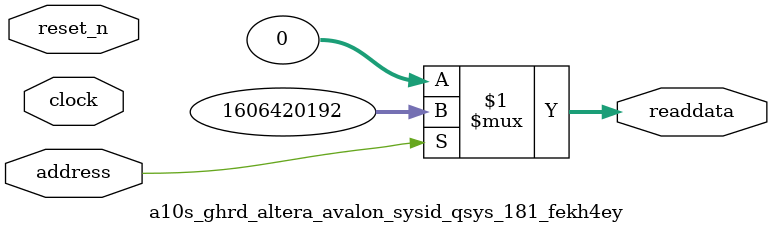
<source format=v>



// synthesis translate_off
`timescale 1ns / 1ps
// synthesis translate_on

// turn off superfluous verilog processor warnings 
// altera message_level Level1 
// altera message_off 10034 10035 10036 10037 10230 10240 10030 

module a10s_ghrd_altera_avalon_sysid_qsys_181_fekh4ey (
               // inputs:
                address,
                clock,
                reset_n,

               // outputs:
                readdata
             )
;

  output  [ 31: 0] readdata;
  input            address;
  input            clock;
  input            reset_n;

  wire    [ 31: 0] readdata;
  //control_slave, which is an e_avalon_slave
  assign readdata = address ? 1606420192 : 0;

endmodule



</source>
